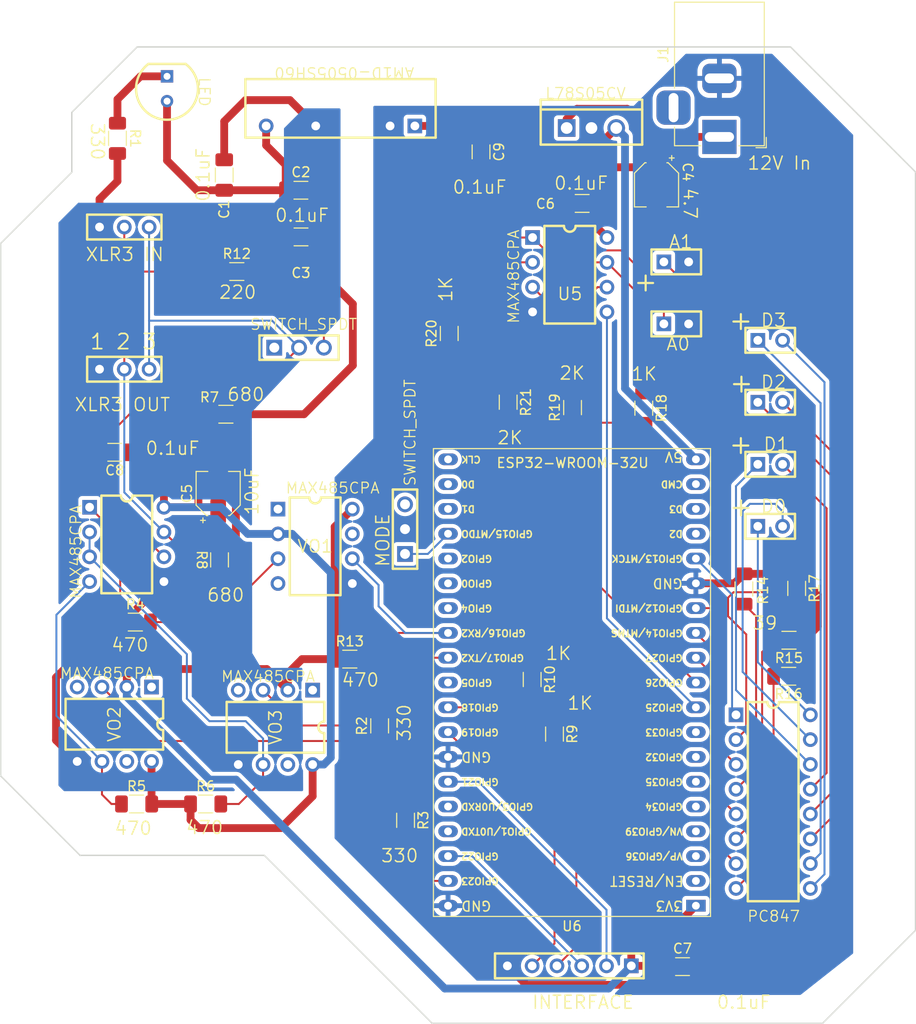
<source format=kicad_pcb>
(kicad_pcb (version 20240108) (generator "pcbnew") (generator_version "8.0")
  (layers (0 "F.Cu" signal) (31 "B.Cu" signal) (34 "B.Paste" user) (35 "F.Paste" user) (36 "B.SilkS" user "B.Silkscreen") (37 "F.SilkS" user "F.Silkscreen") (38 "B.Mask" user) (39 "F.Mask" user) (44 "Edge.Cuts" user))
  (net 0 "")
  (net 1 "3.3V_ESP")
  (net 2 "5V")
  (net 3 "But1")
  (net 4 "But2")
  (net 5 "GND")
  (net 6 "ISO-5V")
  (net 7 "ISO-GND")
  (net 8 "Net_16")
  (net 9 "Net_17")
  (net 10 "Net_18")
  (net 11 "Net_22")
  (net 12 "Net_32")
  (net 13 "Net_33")
  (net 14 "Net_34")
  (net 15 "Net_38")
  (net 16 "Net_39")
  (net 17 "Net_40")
  (net 18 "Net_41")
  (net 19 "Net_42")
  (net 20 "Net_43")
  (net 21 "Net_44")
  (net 22 "Net_45")
  (net 23 "Net_46")
  (net 28 "Net_24")
  (net 29 "TX")
  (net 30 "Net_36")
  (net 31 "Net_12")
  (net 32 "Net_0")
  (net 33 "Net_37")
  (net 34 "Net_35")
  (net 35 "RX")
  (net 36 "Net_4")
  (net 37 "Net_47")
  (net 38 "Net_21")
  (net 39 "Net_2")
  (net 40 "Net_6")
  (net 41 "Net_8")
  (net 42 "Net_10")
  (net 43 "Net_1")
  (net 44 "Net_14")
  (net 45 "Net_7")
  (net 46 "Net_15")
  (net 47 "Net_9")
  (net 48 "Net_13")
  (net 49 "Net_11")
  (net 50 "12V")
  (net 57 "unconnected-(U6-IO2-Pad24)")
  (footprint "DMXtoMotionPCB-v2:HDR-1x2_J6" (layer "F.Cu") (at 169.2575 83.3695)
    (property "Reference" "J6" (hide yes))
    (property "Value" "A0" (hide yes))
  )
  (footprint "Resistor_SMD:R_1206_3216Metric_Pad1.30x1.75mm_HandSolder" (layer "F.Cu") (at 135.8011 117.7036)
    (property "Reference" "R13")
    (property "Value" "470")
  )
  (footprint "Capacitor_SMD:CP_Elec_4x5.3" (layer "F.Cu") (at 122.31 100.74 90)
    (property "Reference" "C5")
    (property "Value" "10uF")
  )
  (footprint "Resistor_SMD:R_1206_3216Metric_Pad1.30x1.75mm_HandSolder" (layer "F.Cu") (at 113.95 132.54)
    (property "Reference" "R5")
    (property "Value" "470")
  )
  (footprint "Resistor_SMD:R_1206_3216Metric_Pad1.30x1.75mm_HandSolder" (layer "F.Cu") (at 141.5161 134.2136 -90)
    (property "Reference" "R3")
    (property "Value" "330")
  )
  (footprint "DMXtoMotionPCB-v2:HDR-1x2" (layer "F.Cu") (at 178.887 97.751)
    (property "Reference" "J4" (hide yes))
    (property "Value" "D1" (hide yes))
  )
  (footprint "Capacitor_SMD:C_1206_3216Metric_Pad1.33x1.80mm_HandSolder" (layer "F.Cu") (at 122.93 68.12 90)
    (property "Reference" "C1")
    (property "Value" "0.1uF")
  )
  (footprint "DMXtoMotionPCB-v2:DIP-8" (layer "F.Cu") (at 111.6711 124.3711 -90)
    (property "Reference" "VO2")
    (property "Value" "6N137M_10")
  )
  (footprint "Capacitor_SMD:C_1206_3216Metric_Pad1.33x1.80mm_HandSolder" (layer "F.Cu") (at 169.9 149.2)
    (property "Reference" "C7")
    (property "Value" "0.1uF")
  )
  (footprint "Capacitor_SMD:CP_Elec_4x5.3" (layer "F.Cu") (at 167.233588 69.126133 -89.99768495)
    (property "Reference" "C4")
    (property "Value" "4.7")
  )
  (footprint "DMXtoMotionPCB-v2:HDR-1x6" (layer "F.Cu") (at 158.3 149.12 180)
    (property "Reference" "J5" (hide yes))
    (property "Value" "INTERFACE" (hide yes))
  )
  (footprint "Resistor_SMD:R_1206_3216Metric_Pad1.30x1.75mm_HandSolder" (layer "F.Cu") (at 158.63 91.94 90)
    (property "Reference" "R19")
    (property "Value" "2K")
  )
  (footprint "Connector_BarrelJack:BarrelJack_Horizontal" (layer "F.Cu") (at 173.68 64.22 -90)
    (property "Reference" "J1")
    (property "Value" "12V In")
  )
  (footprint "DMXtoMotionPCB-v2:DIP-8" (layer "F.Cu") (at 112.9411 105.9561)
    (property "Reference" "U2" (hide yes))
    (property "Value" "MAX485CPA" (hide yes))
  )
  (footprint "Resistor_SMD:R_1206_3216Metric_Pad1.30x1.75mm_HandSolder" (layer "F.Cu") (at 176.19 110.52 -90)
    (property "Reference" "R14")
    (property "Value" "39")
  )
  (footprint "" (layer "F.Cu") (at 103.0011 121.0036)
    (property "Reference" "@HOLE1" (hide yes))
    (property "Value" "")
  )
  (footprint "Resistor_SMD:R_1206_3216Metric_Pad1.30x1.75mm_HandSolder" (layer "F.Cu") (at 113.82 113.91)
    (property "Reference" "R4")
    (property "Value" "470")
  )
  (footprint "DMXtoMotionPCB-v2:HDR-1x3" (layer "F.Cu") (at 112.69 88.01)
    (property "Reference" "J3" (hide yes))
    (property "Value" "XLR3 OUT" (hide yes))
  )
  (footprint "DMXtoMotionPCB-v2:DIP-8" (layer "F.Cu") (at 158.3436 78.3336)
    (property "Reference" "U5")
    (property "Value" "LM358N")
  )
  (footprint "DMXtoMotionPCB-v2:DIP-16" (layer "F.Cu") (at 179.19 132.3)
    (property "Reference" "VO4" (hide yes))
    (property "Value" "PC847" (hide yes))
  )
  (footprint "DMXtoMotionPCB-v2:HDRF-1x3T_2.54_8x3" (layer "F.Cu") (at 141.46 104.39 90)
    (property "Reference" "S4" (hide yes))
    (property "Value" "MODE" (hide yes))
  )
  (footprint "" (layer "F.Cu") (at 190.82 120.72)
    (property "Reference" "@HOLE3" (hide yes))
    (property "Value" "")
  )
  (footprint "Resistor_SMD:R_1206_3216Metric_Pad1.30x1.75mm_HandSolder" (layer "F.Cu") (at 122.45 107.54 90.0010523)
    (property "Reference" "R8")
    (property "Value" "680")
  )
  (footprint "Resistor_SMD:R_1206_3216Metric_Pad1.30x1.75mm_HandSolder" (layer "F.Cu") (at 123.1011 92.6211)
    (property "Reference" "R7")
    (property "Value" "680")
  )
  (footprint "DMXtoMotionPCB-v2:SIP-4(7)_19.5x6x2.54" (layer "F.Cu") (at 134.8486 63.0936 180)
    (property "Reference" "U1" (hide yes))
    (property "Value" "AM1D-0505SH60" (hide yes))
  )
  (footprint "Resistor_SMD:R_1206_3216Metric_Pad1.30x1.75mm_HandSolder" (layer "F.Cu") (at 145.99 84.35 90)
    (property "Reference" "R20")
    (property "Value" "1K")
  )
  (footprint "Resistor_SMD:R_1206_3216Metric_Pad1.30x1.75mm_HandSolder" (layer "F.Cu") (at 154.49 119.79 -90)
    (property "Reference" "R10")
    (property "Value" "1K")
  )
  (footprint "PCM_Espressif:ESP32-DevKitC" (layer "F.Cu") (at 171.27 142.96 180)
    (property "Reference" "U6")
    (property "Value" "ESP32-WROOM-32U")
  )
  (footprint "Capacitor_SMD:C_1206_3216Metric_Pad1.33x1.80mm_HandSolder" (layer "F.Cu") (at 111.71 96.52 180)
    (property "Reference" "C8")
    (property "Value" "0.1uF")
  )
  (footprint "DMXtoMotionPCB-v2:TO-220V" (layer "F.Cu") (at 160.5661 63.3061)
    (property "Reference" "U4" (hide yes))
    (property "Value" "L78S05CV" (hide yes))
  )
  (footprint "Resistor_SMD:R_1206_3216Metric_Pad1.30x1.75mm_HandSolder" (layer "F.Cu") (at 180.81 115.77 180)
    (property "Reference" "R15")
    (property "Value" "39")
  )
  (footprint "Capacitor_SMD:C_1206_3216Metric_Pad1.33x1.80mm_HandSolder" (layer "F.Cu") (at 149.25 65.75 -90)
    (property "Reference" "C9")
    (property "Value" "0.1uF")
  )
  (footprint "Resistor_SMD:R_1206_3216Metric_Pad1.30x1.75mm_HandSolder" (layer "F.Cu") (at 181.6 110.46 -90)
    (property "Reference" "R17")
    (property "Value" "39")
  )
  (footprint "Capacitor_SMD:C_1206_3216Metric_Pad1.33x1.80mm_HandSolder" (layer "F.Cu") (at 130.8 74.46)
    (property "Reference" "C3")
    (property "Value" "0.1uF")
  )
  (footprint "DMXtoMotionPCB-v2:HDR-1x2" (layer "F.Cu") (at 178.887 104.102 0.001683672972)
    (property "Reference" "J8" (hide yes))
    (property "Value" "D0" (hide yes))
  )
  (footprint "" (layer "F.Cu") (at 103.0011 89.0036)
    (property "Reference" "@HOLE0" (hide yes))
    (property "Value" "")
  )
  (footprint "Resistor_SMD:R_1206_3216Metric_Pad1.30x1.75mm_HandSolder" (layer "F.Cu") (at 121.03 132.54)
    (property "Reference" "R6")
    (property "Value" "470")
  )
  (footprint "DMXtoMotionPCB-v2:HDR-1x2" (layer "F.Cu") (at 169.2575 77.0195 0.001683672972)
    (property "Reference" "J7" (hide yes))
    (property "Value" "A1" (hide yes))
  )
  (footprint "Resistor_SMD:R_1206_3216Metric_Pad1.30x1.75mm_HandSolder" (layer "F.Cu") (at 156.78 125.38 -90)
    (property "Reference" "R9")
    (property "Value" "1K")
  )
  (footprint "DMXtoMotionPCB-v2:HDR-1x2" (layer "F.Cu") (at 178.887 91.4)
    (property "Reference" "J10" (hide yes))
    (property "Value" "D2" (hide yes))
  )
  (footprint "Resistor_SMD:R_1206_3216Metric_Pad1.30x1.75mm_HandSolder" (layer "F.Cu") (at 111.9886 64.3636 -89.99852679)
    (property "Reference" "R1")
    (property "Value" "330")
  )
  (footprint "DMXtoMotionPCB-v2:HDR-1x2" (layer "F.Cu") (at 178.887 85.0495)
    (property "Reference" "J9" (hide yes))
    (property "Value" "D3" (hide yes))
  )
  (footprint "DMXtoMotionPCB-v2:DIP-8" (layer "F.Cu") (at 132.25 106.15)
    (property "Reference" "VO1")
    (property "Value" "6N137M")
  )
  (footprint "Resistor_SMD:R_1206_3216Metric_Pad1.30x1.75mm_HandSolder" (layer "F.Cu") (at 180.78 119.46 180)
    (property "Reference" "R16")
    (property "Value" "39")
  )
  (footprint "Resistor_SMD:R_1206_3216Metric_Pad1.30x1.75mm_HandSolder" (layer "F.Cu") (at 124.22 78.01)
    (property "Reference" "R12")
    (property "Value" "220")
  )
  (footprint "DMXtoMotionPCB-v2:LED100" (layer "F.Cu") (at 117.0686 59.2836 -90)
    (property "Reference" "D1" (hide yes))
    (property "Value" "LED" (hide yes))
  )
  (footprint "DMXtoMotionPCB-v2:HDRF-1x3T_2.54_8x3" (layer "F.Cu") (at 130.6 85.8)
    (property "Reference" "S3" (hide yes))
    (property "Value" "SWITCH_SPDT" (hide yes))
  )
  (footprint "Capacitor_SMD:C_1206_3216Metric_Pad1.33x1.80mm_HandSolder" (layer "F.Cu") (at 130.79 69.68)
    (property "Reference" "C2")
    (property "Value" "0.1uF")
  )
  (footprint "DMXtoMotionPCB-v2:DIP-8" (layer "F.Cu") (at 128.1811 124.6886 -90)
    (property "Reference" "VO3")
    (property "Value" "6N137M_10")
  )
  (footprint "Resistor_SMD:R_1206_3216Metric_Pad1.30x1.75mm_HandSolder" (layer "F.Cu") (at 165.93 92 -90)
    (property "Reference" "R18")
    (property "Value" "1K")
  )
  (footprint "Resistor_SMD:R_1206_3216Metric_Pad1.30x1.75mm_HandSolder" (layer "F.Cu") (at 138.86 124.54 90)
    (property "Reference" "R2")
    (property "Value" "330")
  )
  (footprint "Resistor_SMD:R_1206_3216Metric_Pad1.30x1.75mm_HandSolder" (layer "F.Cu") (at 152.03 91.39 -90)
    (property "Reference" "R21")
    (property "Value" "2K")
  )
  (footprint "" (layer "F.Cu") (at 189.82 88.72)
    (property "Reference" "@HOLE2" (hide yes))
    (property "Value" "")
  )
  (footprint "DMXtoMotionPCB-v2:HDR-1x3" (layer "F.Cu") (at 112.69 73.45)
    (property "Reference" "J2" (hide yes))
    (property "Value" "XLR3 IN" (hide yes))
  )
  (footprint "Capacitor_SMD:C_1206_3216Metric_Pad1.33x1.80mm_HandSolder" (layer "F.Cu") (at 159.6136 71.0311 -179.9987372)
    (property "Reference" "C6")
    (property "Value" "0.1uF")
  )
  (gr_line (start 114.01 55.0036) (end 107.3036 61.71) (stroke (width 0.14)) (layer "Edge.Cuts"))
  (gr_line (start 180.97 55.0036) (end 193.7764 67.81) (stroke (width 0.14)) (layer "Edge.Cuts"))
  (gr_line (start 180.97 55.0036) (end 114.01 55.0036) (stroke (width 0.14)) (layer "Edge.Cuts"))
  (gr_line (start 100.02 75.13) (end 100.02 129.67) (stroke (width 0.14)) (layer "Edge.Cuts"))
  (gr_line (start 127.04 137.8036) (end 108.15 137.8036) (stroke (width 0.14)) (layer "Edge.Cuts"))
  (gr_line (start 107.31 67.84) (end 100.02 75.13) (stroke (width 0.14)) (layer "Edge.Cuts"))
  (gr_line (start 144.24 155.0036) (end 184.26 155.0036) (stroke (width 0.14)) (layer "Edge.Cuts"))
  (gr_line (start 144.24 155.0036) (end 127.04 137.8036) (stroke (width 0.14)) (layer "Edge.Cuts"))
  (gr_line (start 193.7764 145.48) (end 184.2528 155.0036) (stroke (width 0.14)) (layer "Edge.Cuts"))
  (gr_line (start 193.7764 67.81) (end 193.7764 145.48) (stroke (width 0.14)) (layer "Edge.Cuts"))
  (gr_line (start 107.31 67.84) (end 107.31 61.71) (stroke (width 0.14)) (layer "Edge.Cuts"))
  (gr_line (start 100.02 129.67) (end 108.1536 137.8036) (stroke (width 0.14)) (layer "Edge.Cuts"))
  (gr_text "XLR3 IN" (at 108.6431 75.4756 0) (layer "F.SilkS") (effects (font (size 1.332 1.332) (thickness 0.148)) (justify left top)))
  (gr_text "" (at 112.9391 138.9756 0) (layer "F.SilkS") (effects (font (size 0.001 0.001)) (justify left)))
  (gr_text "" (at 124.3731 132.6256 0) (layer "F.SilkS") (effects (font (size 0.001 0.001)) (justify left)))
  (gr_text "" (at 180.6881 102.0056 0) (layer "F.SilkS") (effects (font (size 0.001 0.001)) (justify left)))
  (gr_text "" (at 176.347 92.67 0) (layer "F.SilkS") (effects (font (size 0.001 0.001)) (justify left)))
  (gr_text "" (at 169.1961 50.4886 0) (layer "F.SilkS") (effects (font (size 0.001 0.001)) (justify left)))
  (gr_text "12V In" (at 176.47 67.68 0) (layer "F.SilkS") (effects (font (size 1.332 1.332) (thickness 0.148)) (justify left bottom)))
  (gr_text "A0" (at 168.15 84.64 0) (layer "F.SilkS") (effects (font (size 1.332 1.332) (thickness 0.148)) (justify left top)))
  (gr_text "" (at 181.427 99.021 0) (layer "F.SilkS") (effects (font (size 0.001 0.001)) (justify left)))
  (gr_text "" (at 120.8791 116.7536 0) (layer "F.SilkS") (effects (font (size 0.001 0.001)) (justify left)))
  (gr_text "" (at 155.3661 65.0056 0) (layer "F.SilkS") (effects (font (size 0.001 0.001)) (justify left)))
  (gr_text "" (at 169.7741 89.7656 90) (layer "F.SilkS") (effects (font (size 0.001 0.001)) (justify left)))
  (gr_text "" (at 172.9491 82.4616 0.001683672972) (layer "F.SilkS") (effects (font (size 0.001 0.001)) (justify left)))
  (gr_text "" (at 176.347 102.832 0.001683672972) (layer "F.SilkS") (effects (font (size 0.001 0.001)) (justify left)))
  (gr_text "" (at 116.7491 132.6256 0) (layer "F.SilkS") (effects (font (size 0.001 0.001)) (justify left)))
  (gr_text "680" (at 121.0814 110.3589 0) (layer "F.SilkS") (effects (font (size 1.332 1.332) (thickness 0.148)) (justify left top)))
  (gr_text "" (at 151.3581 121.5116 0) (layer "F.SilkS") (effects (font (size 0.001 0.001)) (justify left)))
  (gr_text "" (at 130.9781 101.2736 0) (layer "F.SilkS") (effects (font (size 0.001 0.001)) (justify left)))
  (gr_text "" (at 115.5411 100.9556 0) (layer "F.SilkS") (effects (font (size 0.001 0.001)) (justify left)))
  (gr_text "0.1uF" (at 156.65 68.18 0) (layer "F.SilkS") (effects (font (size 1.332 1.332) (thickness 0.148)) (justify left top)))
  (gr_text "" (at 114.8441 79.2866 0) (layer "F.SilkS") (effects (font (size 0.001 0.001)) (justify left)))
  (gr_text "" (at 116.1161 90.3986 0) (layer "F.SilkS") (effects (font (size 0.001 0.001)) (justify left)))
  (gr_text "" (at 177.7111 102.4616 0) (layer "F.SilkS") (effects (font (size 0.001 0.001)) (justify left)))
  (gr_text "" (at 172.9491 82.4616 0.001683672972) (layer "F.SilkS") (effects (font (size 0.001 0.001)) (justify left)))
  (gr_text "" (at 169.5861 148.5646 0) (layer "F.SilkS") (effects (font (size 0.001 0.001)) (justify left)))
  (gr_text "" (at 116.6711 123.7706 0) (layer "F.SilkS") (effects (font (size 0.001 0.001)) (justify left)))
  (gr_text "" (at 117.2561 96.1766 0) (layer "F.SilkS") (effects (font (size 0.001 0.001)) (justify left)))
  (gr_text "" (at 129.2641 66.8626 0) (layer "F.SilkS") (effects (font (size 0.001 0.001)) (justify left)))
  (gr_text "" (at 169.7741 82.1416 90) (layer "F.SilkS") (effects (font (size 0.001 0.001)) (justify left)))
  (gr_text "" (at 119.6091 100.8746 90) (layer "F.SilkS") (effects (font (size 0.001 0.001)) (justify left)))
  (gr_text "" (at 130.9781 111.2736 0) (layer "F.SilkS") (effects (font (size 0.001 0.001)) (justify left)))
  (gr_text "" (at 160.7621 65.0056 0) (layer "F.SilkS") (effects (font (size 1.332 1.332) (thickness 0.148)) (justify left top)))
  (gr_text "" (at 138.9761 126.5916 90) (layer "F.SilkS") (effects (font (size 0.001 0.001)) (justify left)))
  (gr_text "" (at 167.2341 89.7656 90) (layer "F.SilkS") (effects (font (size 0.001 0.001)) (justify left)))
  (gr_text "" (at 131.9891 118.9736 0) (layer "F.SilkS") (effects (font (size 0.001 0.001)) (justify left)))
  (gr_text "" (at 176.347 99.021 0) (layer "F.SilkS") (effects (font (size 0.001 0.001)) (justify left)))
  (gr_text "" (at 175.6761 151.6126 0) (layer "F.SilkS") (effects (font (size 0.001 0.001)) (justify left)))
  (gr_text "" (at 115.5411 100.9556 0) (layer "F.SilkS") (effects (font (size 0.001 0.001)) (justify left)))
  (gr_text "" (at 181.427 86.319 0) (layer "F.SilkS") (effects (font (size 0.001 0.001)) (justify left)))
  (gr_text "" (at 172.9481 88.8116 0) (layer "F.SilkS") (effects (font (size 0.001 0.001)) (justify left)))
  (gr_text "" (at 172.9481 79.9216 0.001683672972) (layer "F.SilkS") (effects (font (size 0.001 0.001)) (justify left)))
  (gr_text "" (at 123.4181 109.1286 0) (layer "F.SilkS") (effects (font (size 0.001 0.001)) (justify left)))
  (gr_text "" (at 155.7431 83.3336 0) (layer "F.SilkS") (effects (font (size 0.001 0.001)) (justify left)))
  (gr_text "" (at 180.5011 111.7086 0) (layer "F.SilkS") (effects (font (size 0.001 0.001)) (justify left)))
  (gr_text "" (at 148.8181 121.5116 0) (layer "F.SilkS") (effects (font (size 0.001 0.001)) (justify left)))
  (gr_text "" (at 177.9611 119.3336 0) (layer "F.SilkS") (effects (font (size 0.001 0.001)) (justify left)))
  (gr_text "" (at 106.6711 121.7706 0) (layer "F.SilkS") (effects (font (size 0.001 0.001)) (justify left)))
  (gr_text "1K" (at 146.41 81.22 90) (layer "F.SilkS") (effects (font (size 1.332 1.332) (thickness 0.148)) (justify left bottom)))
  (gr_text "" (at 155.7431 73.3336 0) (layer "F.SilkS") (effects (font (size 0.001 0.001)) (justify left)))
  (gr_text "" (at 176.347 90.13 0) (layer "F.SilkS") (effects (font (size 0.001 0.001)) (justify left)))
  (gr_text "680" (at 123.15 91.38 0) (layer "F.SilkS") (effects (font (size 1.332 1.332) (thickness 0.148)) (justify left bottom)))
  (gr_text "" (at 177.7111 102.4616 0) (layer "F.SilkS") (effects (font (size 0.001 0.001)) (justify left)))
  (gr_text "330" (at 110.7181 62.6956 270.0014732) (layer "F.SilkS") (effects (font (size 1.332 1.332) (thickness 0.148)) (justify left top)))
  (gr_text "" (at 112.9391 136.4366 0) (layer "F.SilkS") (effects (font (size 0.001 0.001)) (justify left)))
  (gr_text "" (at 112.3411 100.9556 0) (layer "F.SilkS") (effects (font (size 0.001 0.001)) (justify left)))
  (gr_text "" (at 109.4461 115.1636 0) (layer "F.SilkS") (effects (font (size 0.001 0.001)) (justify left)))
  (gr_text "" (at 136.1791 101.2736 0) (layer "F.SilkS") (effects (font (size 0.001 0.001)) (justify left)))
  (gr_text "" (at 178.1961 64.9886 0) (layer "F.SilkS") (effects (font (size 0.001 0.001)) (justify left)))
  (gr_text "" (at 174.5361 107.5416 0) (layer "F.SilkS") (effects (font (size 0.001 0.001)) (justify left)))
  (gr_text "" (at 148.4381 62.8016 0) (layer "F.SilkS") (effects (font (size 0.001 0.001)) (justify left)))
  (gr_text "" (at 176.347 105.372 0.001683672972) (layer "F.SilkS") (effects (font (size 0.001 0.001)) (justify left)))
  (gr_text "" (at 147.5491 87.2256 90) (layer "F.SilkS") (effects (font (size 0.001 0.001)) (justify left)))
  (gr_text "" (at 148.8181 129.1356 0) (layer "F.SilkS") (effects (font (size 0.001 0.001)) (justify left)))
  (gr_text "" (at 111.1661 96.1766 0) (layer "F.SilkS") (effects (font (size 0.001 0.001)) (justify left)))
  (gr_text "" (at 116.1161 75.4756 0) (layer "F.SilkS") (effects (font (size 0.001 0.001)) (justify left)))
  (gr_text "" (at 117.2561 99.2246 0) (layer "F.SilkS") (effects (font (size 0.001 0.001)) (justify left)))
  (gr_text "" (at 126.9131 93.8906 0) (layer "F.SilkS") (effects (font (size 0.001 0.001)) (justify left)))
  (gr_text "1K" (at 158.01 122.21 0) (layer "F.SilkS") (effects (font (size 1.332 1.332) (thickness 0.148)) (justify left)))
  (gr_text "" (at 132.9781 101.2736 0) (layer "F.SilkS") (effects (font (size 0.001 0.001)) (justify left)))
  (gr_text "" (at 155.3661 65.0056 0) (layer "F.SilkS") (effects (font (size 0.001 0.001)) (justify left)))
  (gr_text "" (at 108.4961 87.8586 0) (layer "F.SilkS") (effects (font (size 0.001 0.001)) (justify left)))
  (gr_text "" (at 160.9441 73.3336 0) (layer "F.SilkS") (effects (font (size 0.001 0.001)) (justify left)))
  (gr_text "XLR3 OUT" (at 107.52 90.86 0) (layer "F.SilkS") (effects (font (size 1.332 1.332) (thickness 0.148)) (justify left top)))
  (gr_text "220" (at 122.31 79.35 0) (layer "F.SilkS") (effects (font (size 1.332 1.332) (thickness 0.148)) (justify left top)))
  (gr_text "" (at 174.7861 116.1536 0) (layer "F.SilkS") (effects (font (size 0.001 0.001)) (justify left)))
  (gr_text "+" (at 174.4959 81.8084 0) (layer "F.SilkS") (effects (font (size 1.998 1.998) (thickness 0.222)) (justify left top)))
  (gr_text "" (at 133.1811 122.0886 0) (layer "F.SilkS") (effects (font (size 0.001 0.001)) (justify left)))
  (gr_text "" (at 140.2661 111.6036 90) (layer "F.SilkS") (effects (font (size 0.001 0.001)) (justify left)))
  (gr_text "" (at 177.3261 116.1536 0) (layer "F.SilkS") (effects (font (size 0.001 0.001)) (justify left)))
  (gr_text "" (at 174.5361 107.5416 0) (layer "F.SilkS") (effects (font (size 0.001 0.001)) (justify left)))
  (gr_text "" (at 136.1791 101.2736 0) (layer "F.SilkS") (effects (font (size 0.001 0.001)) (justify left)))
  (gr_text "" (at 109.4461 115.1636 0) (layer "F.SilkS") (effects (font (size 0.001 0.001)) (justify left)))
  (gr_text "" (at 135.3531 74.6726 0) (layer "F.SilkS") (effects (font (size 0.001 0.001)) (justify left)))
  (gr_text "" (at 167.2331 148.8186 0) (layer "F.SilkS") (effects (font (size 0.001 0.001)) (justify left)))
  (gr_text "" (at 176.347 83.78 0) (layer "F.SilkS") (effects (font (size 0.001 0.001)) (justify left)))
  (gr_text "" (at 169.5861 151.6126 0) (layer "F.SilkS") (effects (font (size 0.001 0.001)) (justify left)))
  (gr_text "" (at 108.4961 75.4756 0) (layer "F.SilkS") (effects (font (size 0.001 0.001)) (justify left)))
  (gr_text "" (at 119.2891 91.3506 0) (layer "F.SilkS") (effects (font (size 0.001 0.001)) (justify left)))
  (gr_text "" (at 152.6291 123.0986 0) (layer "F.SilkS") (effects (font (size 0.001 0.001)) (justify left)))
  (gr_text "" (at 169.1961 58.5386 0) (layer "F.SilkS") (effects (font (size 0.001 0.001)) (justify left)))
  (gr_text "" (at 135.3531 69.9106 0) (layer "F.SilkS") (effects (font (size 0.001 0.001)) (justify left)))
  (gr_text "" (at 167.2331 148.8186 0) (layer "F.SilkS") (effects (font (size 0.001 0.001)) (justify left)))
  (gr_text "" (at 176.347 92.67 0) (layer "F.SilkS") (effects (font (size 0.001 0.001)) (justify left)))
  (gr_text "" (at 178.1961 50.4886 0) (layer "F.SilkS") (effects (font (size 0.001 0.001)) (justify left)))
  (gr_text "" (at 145.3901 68.8906 0) (layer "F.SilkS") (effects (font (size 0.001 0.001)) (justify left)))
  (gr_text "" (at 163.4241 89.7656 0) (layer "F.SilkS") (effects (font (size 0.001 0.001)) (justify left)))
  (gr_text "1 2 3" (at 109.08 84.28 0) (layer "F.SilkS") (effects (font (size 1.5543 1.5543) (thickness 0.1727)) (justify left top)))
  (gr_text "470" (at 111.28 117.03 0) (layer "F.SilkS") (effects (font (size 1.332 1.332) (thickness 0.148)) (justify left bottom)))
  (gr_text "" (at 181.427 92.67 0) (layer "F.SilkS") (effects (font (size 0.001 0.001)) (justify left)))
  (gr_text "" (at 155.3661 60.4066 0) (layer "F.SilkS") (effects (font (size 0.001 0.001)) (justify left)))
  (gr_text "" (at 183.8881 102.0056 0) (layer "F.SilkS") (effects (font (size 0.001 0.001)) (justify left)))
  (gr_text "" (at 115.1571 56.7496 0) (layer "F.SilkS") (effects (font (size 0.001 0.001)) (justify left)))
  (gr_text "" (at 119.2891 93.8906 0) (layer "F.SilkS") (effects (font (size 0.001 0.001)) (justify left)))
  (gr_text "" (at 140.2461 130.4016 0) (layer "F.SilkS") (effects (font (size 0.001 0.001)) (justify left)))
  (gr_text "" (at 150.0881 87.2256 90) (layer "F.SilkS") (effects (font (size 0.001 0.001)) (justify left)))
  (gr_text "" (at 169.5861 148.5646 0) (layer "F.SilkS") (effects (font (size 0.001 0.001)) (justify left)))
  (gr_text "" (at 178.6881 102.0056 0) (layer "F.SilkS") (effects (font (size 0.001 0.001)) (justify left)))
  (gr_text "" (at 122.4491 101.6356 90) (layer "F.SilkS") (effects (font (size 0.001 0.001)) (justify left)))
  (gr_text "A1" (at 168.423 75.75 0.001683672972) (layer "F.SilkS") (effects (font (size 1.332 1.332) (thickness 0.148)) (justify left bottom)))
  (gr_text "" (at 123.4191 116.7536 0) (layer "F.SilkS") (effects (font (size 0.001 0.001)) (justify left)))
  (gr_text "" (at 178.0291 82.4606 0.001683672972) (layer "F.SilkS") (effects (font (size 0.001 0.001)) (justify left)))
  (gr_text "D3" (at 177.84 83.78 0) (layer "F.SilkS") (effects (font (size 1.332 1.332) (thickness 0.148)) (justify left bottom)))
  (gr_text "0.1uF" (at 146.25 70.14 0) (layer "F.SilkS") (effects (font (size 1.332 1.332) (thickness 0.148)) (justify left bottom)))
  (gr_text "" (at 117.0711 115.1636 0) (layer "F.SilkS") (effects (font (size 0.001 0.001)) (justify left)))
  (gr_text "" (at 134.6521 64.2936 0) (layer "F.SilkS") (effects (font (size 1.332 1.332) (thickness 0.148)) (justify left bottom)))
  (gr_text "" (at 109.4461 112.6236 0) (layer "F.SilkS") (effects (font (size 0.001 0.001)) (justify left)))
  (gr_text "0.1uF" (at 114.78 95.33 0) (layer "F.SilkS") (effects (font (size 1.332 1.332) (thickness 0.148)) (justify left top)))
  (gr_text "" (at 119.0411 85.9736 0) (layer "F.SilkS") (effects (font (size 0.001 0.001)) (justify left)))
  (gr_text "INTERFACE" (at 154.4 153.63 0) (layer "F.SilkS") (effects (font (size 1.332 1.332) (thickness 0.148)) (justify left bottom)))
  (gr_text "D1" (at 178.113 96.481 0) (layer "F.SilkS") (effects (font (size 1.332 1.332) (thickness 0.148)) (justify left bottom)))
  (gr_text "" (at 151.9931 148.8186 0) (layer "F.SilkS") (effects (font (size 0.001 0.001)) (justify left)))
  (gr_text "" (at 116.7491 130.0856 0) (layer "F.SilkS") (effects (font (size 0.001 0.001)) (justify left)))
  (gr_text "" (at 165.9631 82.1416 0) (layer "F.SilkS") (effects (font (size 0.001 0.001)) (justify left)))
  (gr_text "" (at 123.9901 62.8016 90) (layer "F.SilkS") (effects (font (size 0.001 0.001)) (justify left)))
  (gr_text "" (at 152.6291 130.7236 0) (layer "F.SilkS") (effects (font (size 0.001 0.001)) (justify left)))
  (gr_text "" (at 178.6881 102.0056 0) (layer "F.SilkS") (effects (font (size 0.001 0.001)) (justify left)))
  (gr_text "" (at 155.1691 123.0986 0) (layer "F.SilkS") (effects (font (size 0.001 0.001)) (justify left)))
  (gr_text "" (at 163.4241 82.1416 0) (layer "F.SilkS") (effects (font (size 0.001 0.001)) (justify left)))
  (gr_text "" (at 160.9441 73.3336 0) (layer "F.SilkS") (effects (font (size 0.001 0.001)) (justify left)))
  (gr_text "" (at 133.1811 122.0886 0) (layer "F.SilkS") (effects (font (size 0.001 0.001)) (justify left)))
  (gr_text "" (at 148.4381 62.8016 0) (layer "F.SilkS") (effects (font (size 0.001 0.001)) (justify left)))
  (gr_text "" (at 122.1491 101.9356 90) (layer "F.SilkS") (effects (font (size 0.001 0.001)) (justify left)))
  (gr_text "" (at 163.4241 82.1416 0) (layer "F.SilkS") (effects (font (size 0.001 0.001)) (justify left)))
  (gr_text "" (at 155.7431 73.3336 0) (layer "F.SilkS") (effects (font (size 0.001 0.001)) (justify left)))
  (gr_text "" (at 144.5981 64.2936 0) (layer "F.SilkS") (effects (font (size 0.001 0.001)) (justify left)))
  (gr_text "" (at 116.6711 121.7706 0) (layer "F.SilkS") (effects (font (size 0.001 0.001)) (justify left)))
  (gr_text "" (at 177.0761 107.5416 0) (layer "F.SilkS") (effects (font (size 0.001 0.001)) (justify left)))
  (gr_text "" (at 119.2891 93.8906 0) (layer "F.SilkS") (effects (font (size 0.001 0.001)) (justify left)))
  (gr_text "" (at 169.7731 66.5876 270.0023151) (layer "F.SilkS") (effects (font (size 0.001 0.001)) (justify left)))
  (gr_text "2K" (at 150.82 95.81 0) (layer "F.SilkS") (effects (font (size 1.332 1.332) (thickness 0.148)) (justify left bottom)))
  (gr_text "" (at 142.7861 130.4016 0) (layer "F.SilkS") (effects (font (size 0.001 0.001)) (justify left)))
  (gr_text "" (at 133.1811 124.0886 0) (layer "F.SilkS") (effects (font (size 0.001 0.001)) (justify left)))
  (gr_text "" (at 176.347 99.021 0) (layer "F.SilkS") (effects (font (size 0.001 0.001)) (justify left)))
  (gr_text "D0" (at 177.84 102.832 0.001683672972) (layer "F.SilkS") (effects (font (size 1.332 1.332) (thickness 0.148)) (justify left bottom)))
  (gr_text "" (at 120.9421 68.8906 90) (layer "F.SilkS") (effects (font (size 0.001 0.001)) (justify left)))
  (gr_text "" (at 162.6591 72.5546 0) (layer "F.SilkS") (effects (font (size 0.001 0.001)) (justify left)))
  (gr_text "470" (at 118.92 135.74 0) (layer "F.SilkS") (effects (font (size 1.332 1.332) (thickness 0.148)) (justify left bottom)))
  (gr_text "" (at 108.4961 75.4756 0) (layer "F.SilkS") (effects (font (size 0.001 0.001)) (justify left)))
  (gr_text "" (at 150.0881 79.6016 90) (layer "F.SilkS") (effects (font (size 0.001 0.001)) (justify left)))
  (gr_text "" (at 156.5681 69.5076 0) (layer "F.SilkS") (effects (font (size 0.001 0.001)) (justify left)))
  (gr_text "+" (at 164.7389 77.8584 0) (layer "F.SilkS") (effects (font (size 1.998 1.998) (thickness 0.222)) (justify left top)))
  (gr_text "" (at 150.7231 79.6016 0) (layer "F.SilkS") (effects (font (size 0.001 0.001)) (justify left)))
  (gr_text "" (at 120.5631 138.9756 0) (layer "F.SilkS") (effects (font (size 0.001 0.001)) (justify left)))
  (gr_text "" (at 172.9481 88.8116 0) (layer "F.SilkS") (effects (font (size 0.001 0.001)) (justify left)))
  (gr_text "" (at 167.2331 65.5266 270.0023151) (layer "F.SilkS") (effects (font (size 0.001 0.001)) (justify left)))
  (gr_text "" (at 120.9421 68.8906 90) (layer "F.SilkS") (effects (font (size 0.001 0.001)) (justify left)))
  (gr_text "" (at 162.6581 69.5066 0) (layer "F.SilkS") (effects (font (size 0.001 0.001)) (justify left)))
  (gr_text "" (at 139.6131 118.9736 0) (layer "F.SilkS") (effects (font (size 0.001 0.001)) (justify left)))
  (gr_text "" (at 116.6711 126.9716 0) (layer "F.SilkS") (effects (font (size 0.001 0.001)) (justify left)))
  (gr_text "" (at 150.0881 87.2256 90) (layer "F.SilkS") (effects (font (size 0.001 0.001)) (justify left)))
  (gr_text "" (at 176.347 96.481 0) (layer "F.SilkS") (effects (font (size 0.001 0.001)) (justify left)))
  (gr_text "" (at 177.9611 111.7086 0) (layer "F.SilkS") (effects (font (size 0.001 0.001)) (justify left)))
  (gr_text "" (at 140.2461 138.0256 0) (layer "F.SilkS") (effects (font (size 0.001 0.001)) (justify left)))
  (gr_text "" (at 155.3661 61.4076 0) (layer "F.SilkS") (effects (font (size 0.001 0.001)) (justify left)))
  (gr_text "" (at 182.7311 129.1736 0) (layer "F.SilkS") (effects (font (size 0.001 0.001)) (justify left)))
  (gr_text "" (at 177.9611 111.7086 0) (layer "F.SilkS") (effects (font (size 0.001 0.001)) (justify left)))
  (gr_text "" (at 162.6591 72.5546 0) (layer "F.SilkS") (effects (font (size 0.001 0.001)) (justify left)))
  (gr_text "" (at 150.7231 79.6016 0) (layer "F.SilkS") (effects (font (size 0.001 0.001)) (justify left)))
  (gr_text "" (at 110.7191 68.1756 270.0014732) (layer "F.SilkS") (effects (font (size 0.001 0.001)) (justify left)))
  (gr_text "" (at 108.4961 72.9366 0) (layer "F.SilkS") (effects (font (size 0.001 0.001)) (justify left)))
  (gr_text "" (at 136.4361 134.2156 90) (layer "F.SilkS") (effects (font (size 0.001 0.001)) (justify left)))
  (gr_text "" (at 152.6291 123.0986 0) (layer "F.SilkS") (effects (font (size 0.001 0.001)) (justify left)))
  (gr_text "0.1uF" (at 121.54 70.95 90) (layer "F.SilkS") (effects (font (size 1.332 1.332) (thickness 0.148)) (justify left bottom)))
  (gr_text "" (at 174.7861 116.1536 0) (layer "F.SilkS") (effects (font (size 0.001 0.001)) (justify left)))
  (gr_text "" (at 176.347 86.319 0) (layer "F.SilkS") (effects (font (size 0.001 0.001)) (justify left)))
  (gr_text "2K" (at 157.19 89.19 0) (layer "F.SilkS") (effects (font (size 1.332 1.332) (thickness 0.148)) (justify left bottom)))
  (gr_text "" (at 112.9391 138.9756 0) (layer "F.SilkS") (effects (font (size 0.001 0.001)) (justify left)))
  (gr_text "" (at 172.9481 86.2716 0) (layer "F.SilkS") (effects (font (size 0.001 0.001)) (justify left)))
  (gr_text "" (at 113.2581 60.5516 270.0014732) (layer "F.SilkS") (effects (font (size 0.001 0.001)) (justify left)))
  (gr_text "+" (at 174.5559 88.2184 0) (layer "F.SilkS") (effects (font (size 1.998 1.998) (thickness 0.222)) (justify left top)))
  (gr_text "" (at 148.8181 121.5116 0) (layer "F.SilkS") (effects (font (size 0.001 0.001)) (justify left)))
  (gr_text "" (at 110.3411 100.9556 0) (layer "F.SilkS") (effects (font (size 0.001 0.001)) (justify left)))
  (gr_text "" (at 181.427 105.372 0.001683672972) (layer "F.SilkS") (effects (font (size 0.001 0.001)) (justify left)))
  (gr_text "" (at 131.9891 116.4336 0) (layer "F.SilkS") (effects (font (size 0.001 0.001)) (justify left)))
  (gr_text "" (at 108.4961 90.3986 0) (layer "F.SilkS") (effects (font (size 0.001 0.001)) (justify left)))
  (gr_text "10uF" (at 124.99 103.05 90) (layer "F.SilkS") (effects (font (size 1.332 1.332) (thickness 0.148)) (justify left top)))
  (gr_text "" (at 129.2641 66.8626 0) (layer "F.SilkS") (effects (font (size 0.001 0.001)) (justify left)))
  (gr_text "" (at 176.2081 95.6936 0) (layer "F.SilkS") (effects (font (size 0.001 0.001)) (justify left)))
  (gr_text "+" (at 174.4959 94.5084 0) (layer "F.SilkS") (effects (font (size 1.998 1.998) (thickness 0.222)) (justify left top)))
  (gr_text "" (at 131.9891 118.9736 0) (layer "F.SilkS") (effects (font (size 0.001 0.001)) (justify left)))
  (gr_text "+" (at 174.5159 100.8984 0) (layer "F.SilkS") (effects (font (size 1.998 1.998) (thickness 0.222)) (justify left top)))
  (gr_text "" (at 123.1811 122.0886 0) (layer "F.SilkS") (effects (font (size 0.001 0.001)) (justify left)))
  (gr_text "" (at 157.7431 73.3336 0) (layer "F.SilkS") (effects (font (size 0.001 0.001)) (justify left)))
  (gr_text "470" (at 111.6 135.81 0) (layer "F.SilkS") (effects (font (size 1.332 1.332) (thickness 0.148)) (justify left bottom)))
  (gr_text "" (at 145.3901 62.8016 0) (layer "F.SilkS") (effects (font (size 0.001 0.001)) (justify left)))
  (gr_text "D2" (at 177.84 90.13 0) (layer "F.SilkS") (effects (font (size 1.332 1.332) (thickness 0.148)) (justify left bottom)))
  (gr_text "1K" (at 164.57 89.27 0) (layer "F.SilkS") (effects (font (size 1.332 1.332) (thickness 0.148)) (justify left bottom)))
  (gr_text "" (at 165.7661 65.0056 0) (layer "F.SilkS") (effects (font (size 0.001 0.001)) (justify left)))
  (gr_text "" (at 108.4961 90.3986 0) (layer "F.SilkS") (effects (font (size 0.001 0.001)) (justify left)))
  (gr_text "" (at 183.8881 102.0056 0) (layer "F.SilkS") (effects (font (size 0.001 0.001)) (justify left)))
  (gr_text "" (at 172.3431 94.8436 0) (layer "F.SilkS") (effects (font (size 0.001 0.001)) (justify left)))
  (gr_text "" (at 153.2631 79.6016 0) (layer "F.SilkS") (effects (font (size 0.001 0.001)) (justify left)))
  (gr_text "" (at 169.1961 64.9886 0) (layer "F.SilkS") (effects (font (size 0.001 0.001)) (justify left)))
  (gr_text "" (at 130.9781 101.2736 0) (layer "F.SilkS") (effects (font (size 0.001 0.001)) (justify left)))
  (gr_text "330" (at 142.15 126.22 90) (layer "F.SilkS") (effects (font (size 1.332 1.332) (thickness 0.148)) (justify left bottom)))
  (gr_text "" (at 146.8941 103.4816 0) (layer "F.SilkS") (effects (font (size 0.001 0.001)) (justify left)))
  (gr_text "" (at 166.9331 65.8276 270.0023151) (layer "F.SilkS") (effects (font (size 0.001 0.001)) (justify left)))
  (gr_text "" (at 110.3411 110.9556 0) (layer "F.SilkS") (effects (font (size 0.001 0.001)) (justify left)))
  (gr_text "" (at 150.7231 87.2256 0) (layer "F.SilkS") (effects (font (size 0.001 0.001)) (justify left)))
  (gr_text "" (at 115.1651 56.7436 0) (layer "F.SilkS") (effects (font (size 0.001 0.001)) (justify left)))
  (gr_text "0.1uF" (at 128.05 71.47 0) (layer "F.SilkS") (effects (font (size 1.332 1.332) (thickness 0.148)) (justify left top)))
  (gr_text "4.7" (at 169.91 69.35 270.0023151) (layer "F.SilkS") (effects (font (size 1.332 1.332) (thickness 0.148)) (justify left bottom)))
  (gr_text "" (at 176.347 105.372 0.001683672972) (layer "F.SilkS") (effects (font (size 0.001 0.001)) (justify left)))
  (gr_text "" (at 110.3411 100.9556 0) (layer "F.SilkS") (effects (font (size 0.001 0.001)) (justify left)))
  (gr_text "" (at 170.9961 64.9876 0) (layer "F.SilkS") (effects (font (size 0.001 0.001)) (justify left)))
  (gr_text "39" (at 176.98 114.79 0) (layer "F.SilkS") (effects (font (size 1.332 1.332) (thickness 0.148)) (justify left bottom)))
  (gr_text "" (at 176.347 86.319 0) (layer "F.SilkS") (effects (font (size 0.001 0.001)) (justify left)))
  (gr_text "" (at 138.9761 134.2156 90) (layer "F.SilkS") (effects (font (size 0.001 0.001)) (justify left)))
  (gr_text "" (at 116.6711 121.7706 0) (layer "F.SilkS") (effects (font (size 0.001 0.001)) (justify left)))
  (gr_text "" (at 117.2561 99.2246 0) (layer "F.SilkS") (effects (font (size 0.001 0.001)) (justify left)))
  (gr_text "" (at 133.1811 127.2886 0) (layer "F.SilkS") (effects (font (size 0.001 0.001)) (justify left)))
  (gr_text "" (at 172.2931 103.4816 0) (layer "F.SilkS") (effects (font (size 0.001 0.001)) (justify left)))
  (gr_text "0.1uF" (at 173.32 152.07 0) (layer "F.SilkS") (effects (font (size 1.332 1.332) (thickness 0.148)) (justify left top)))
  (gr_text "330" (at 138.91 137.06 0) (layer "F.SilkS") (effects (font (size 1.332 1.332) (thickness 0.148)) (justify left top)))
  (gr_text "" (at 140.2461 130.4016 0) (layer "F.SilkS") (effects (font (size 0.001 0.001)) (justify left)))
  (gr_text "" (at 116.7491 132.6256 0) (layer "F.SilkS") (effects (font (size 0.001 0.001)) (justify left)))
  (gr_text "1K" (at 155.8 117.12 0) (layer "F.SilkS") (effects (font (size 1.332 1.332) (thickness 0.148)) (justify left)))
  (gr_text "" (at 116.6711 126.9716 0) (layer "F.SilkS") (effects (font (size 0.001 0.001)) (justify left)))
  (gr_text "" (at 174.5361 130.0886 0) (layer "F.SilkS") (effects (font (size 0.001 0.001)) (justify left)))
  (gr_text "" (at 167.2331 151.3586 0) (layer "F.SilkS") (effects (font (size 0.001 0.001)) (justify left)))
  (gr_text "" (at 174.7861 108.8556 0) (layer "F.SilkS") (effects (font (size 0.001 0.001)) (justify left)))
  (gr_text "" (at 177.7111 110.0856 0) (layer "F.SilkS") (effects (font (size 0.001 0.001)) (justify left)))
  (gr_text "470" (at 134.88 120.62 0) (layer "F.SilkS") (effects (font (size 1.332 1.332) (thickness 0.148)) (justify left bottom)))
  (gr_text "MODE" (at 139.96 108.35 90) (layer "F.SilkS") (effects (font (size 1.332 1.332) (thickness 0.148)) (justify left bottom)))
  (gr_text "" (at 169.7741 89.7656 90) (layer "F.SilkS") (effects (font (size 0.001 0.001)) (justify left)))
  (gr_text "" (at 138.9761 134.2156 90) (layer "F.SilkS") (effects (font (size 0.001 0.001)) (justify left)))
  (gr_text "" (at 133.1811 127.2886 0) (layer "F.SilkS") (effects (font (size 0.001 0.001)) (justify left)))
  (gr_text "" (at 123.4191 116.7536 0) (layer "F.SilkS") (effects (font (size 0.001 0.001)) (justify left)))
  (gr_text "" (at 123.9901 68.8906 90) (layer "F.SilkS") (effects (font (size 0.001 0.001)) (justify left)))
  (gr_text "" (at 173.9851 82.0436 0) (layer "F.SilkS") (effects (font (size 0.001 0.001)) (justify left)))
  (segment (start 156.78 123.83) (end 160.51 123.83) (width 0.8) (layer "F.Cu") (net 1))
  (segment (start 112.9411 119.2289) (end 113.45 118.72) (width 0.8) (layer "F.Cu") (net 1))
  (segment (start 164.65 127.97) (end 164.65 149.12) (width 0.8) (layer "F.Cu") (net 1))
  (segment (start 113.45 118.72) (end 127.2925 118.72) (width 0.8) (layer "F.Cu") (net 1))
  (segment (start 134.2511 104.1489) (end 136.06 102.34) (width 0.8) (layer "F.Cu") (net 1))
  (segment (start 168.3375 145.8925) (end 171.27 142.96) (width 0.8) (layer "F.Cu") (net 1))
  (segment (start 127.2925 118.72) (end 129.4511 120.8786) (width 0.8) (layer "F.Cu") (net 1))
  (segment (start 129.4511 119.1589) (end 130.9064 117.7036) (width 0.8) (layer "F.Cu") (net 1))
  (segment (start 129.4511 120.8786) (end 129.4511 119.1589) (width 0.8) (layer "F.Cu") (net 1))
  (segment (start 112.9411 120.5611) (end 112.9411 119.2289) (width 0.8) (layer "F.Cu") (net 1))
  (segment (start 130.9064 117.7036) (end 134.2511 117.7036) (width 0.8) (layer "F.Cu") (net 1))
  (segment (start 164.65 149.12) (end 168.2575 149.12) (width 0.8) (layer "F.Cu") (net 1))
  (segment (start 160.51 123.83) (end 164.65 127.97) (width 0.8) (layer "F.Cu") (net 1))
  (segment (start 168.3375 149.2) (end 168.3375 145.8925) (width 0.8) (layer "F.Cu") (net 1))
  (segment (start 168.2575 149.12) (end 168.3375 149.2) (width 0.8) (layer "F.Cu") (net 1))
  (segment (start 134.2511 117.7036) (end 134.2511 104.1489) (width 0.8) (layer "F.Cu") (net 1))
  (segment (start 154.49 118.24) (end 156.78 120.53) (width 0.8) (layer "F.Cu") (net 1))
  (segment (start 156.78 120.53) (end 156.78 123.83) (width 0.8) (layer "F.Cu") (net 1))
  (segment (start 124.1386 130.0486) (end 145.53 151.44) (width 0.8) (layer "B.Cu") (net 1))
  (segment (start 112.9411 120.5611) (end 112.9411 121.5711) (width 0.8) (layer "B.Cu") (net 1))
  (segment (start 121.4186 130.0486) (end 124.1386 130.0486) (width 0.8) (layer "B.Cu") (net 1))
  (segment (start 162.33 151.44) (end 164.65 149.12) (width 0.8) (layer "B.Cu") (net 1))
  (segment (start 112.9411 121.5711) (end 121.4186 130.0486) (width 0.8) (layer "B.Cu") (net 1))
  (segment (start 145.53 151.44) (end 162.33 151.44) (width 0.8) (layer "B.Cu") (net 1))
  (segment (start 150.4625 65.4) (end 161.0122 65.4) (width 0.8) (layer "F.Cu") (net 2))
  (segment (start 148.1561 63.0936) (end 149.25 64.1875) (width 0.8) (layer "F.Cu") (net 2))
  (segment (start 161.0122 65.4) (end 163.1061 63.3061) (width 0.8) (layer "F.Cu") (net 2))
  (segment (start 149.25 64.1875) (end 150.4625 65.4) (width 0.8) (layer "F.Cu") (net 2))
  (segment (start 142.4686 63.0936) (end 148.1561 63.0936) (width 0.8) (layer "F.Cu") (net 2))
  (segment (start 164.0061 64.2061) (end 164.0061 89.9761) (width 0.8) (layer "B.Cu") (net 2))
  (segment (start 164.0061 89.9761) (end 171.27 97.24) (width 0.8) (layer "B.Cu") (net 2))
  (segment (start 163.1061 63.3061) (end 164.0061 64.2061) (width 0.8) (layer "B.Cu") (net 2))
  (segment (start 159.02 126.63) (end 159.02 147.13) (width 0.2) (layer "F.Cu") (net 3))
  (segment (start 149.09 122.64) (end 151.89 125.44) (width 0.2) (layer "F.Cu") (net 3))
  (segment (start 157.83 125.44) (end 159.02 126.63) (width 0.2) (layer "F.Cu") (net 3))
  (segment (start 145.87 122.64) (end 148.95 122.64) (width 0.2) (layer "F.Cu") (net 3))
  (segment (start 150.39 121.34) (end 154.49 121.34) (width 0.2) (layer "F.Cu") (net 3))
  (segment (start 159.02 147.13) (end 157.03 149.12) (width 0.2) (layer "F.Cu") (net 3))
  (segment (start 149.09 122.64) (end 150.39 121.34) (width 0.2) (layer "F.Cu") (net 3))
  (segment (start 151.89 125.44) (end 157.83 125.44) (width 0.2) (layer "F.Cu") (net 3))
  (segment (start 148.95 122.64) (end 149.09 122.64) (width 0.2) (layer "F.Cu") (net 3))
  (segment (start 147.62 126.93) (end 156.78 126.93) (width 0.2) (layer "F.Cu") (net 4))
  (segment (start 145.87 125.18) (end 147.62 126.93) (width 0.2) (layer "F.Cu") (net 4))
  (segment (start 156.78 126.93) (end 156.78 146.83) (width 0.2) (layer "F.Cu") (net 4))
  (segment (start 156.78 146.83) (end 154.49 149.12) (width 0.2) (layer "F.Cu") (net 4))
  (segment (start 156.48 127.23) (end 156.78 126.93) (width 0.2) (layer "F.Cu") (net 4))
  (segment (start 154.332466 67.3125) (end 158.0511 71.031134) (width 0.8) (layer "F.Cu") (net 5))
  (segment (start 165.93 90.45) (end 170.5275 85.8525) (width 0.8) (layer "F.Cu") (net 5))
  (segment (start 139.9286 64.15426) (end 143.08684 67.3125) (width 0.8) (layer "F.Cu") (net 5))
  (segment (start 181.54 108.97) (end 181.6 108.91) (width 0.8) (layer "F.Cu") (net 5))
  (segment (start 176.19 108.97) (end 181.54 108.97) (width 0.8) (layer "F.Cu") (net 5))
  (segment (start 170.5275 74.219972) (end 167.233661 70.926133) (width 0.8) (layer "F.Cu") (net 5))
  (segment (start 150.7772 85.9) (end 154.5336 82.1436) (width 0.8) (layer "F.Cu") (net 5))
  (segment (start 171.27 109.94) (end 175.22 109.94) (width 0.8) (layer "F.Cu") (net 5))
  (segment (start 182.36 119.43) (end 182.33 119.46) (width 0.8) (layer "F.Cu") (net 5))
  (segment (start 153.89 151.06) (end 169.6025 151.06) (width 0.8) (layer "F.Cu") (net 5))
  (segment (start 139.9286 63.0936) (end 139.9286 64.15426) (width 0.8) (layer "F.Cu") (net 5))
  (segment (start 182.36 115.77) (end 182.36 119.43) (width 0.8) (layer "F.Cu") (net 5))
  (segment (start 149.25 67.3125) (end 154.332466 67.3125) (width 0.8) (layer "F.Cu") (net 5))
  (segment (start 169.6025 151.06) (end 171.4625 149.2) (width 0.8) (layer "F.Cu") (net 5))
  (segment (start 183.77 114.36) (end 183.77 111.08) (width 0.8) (layer "F.Cu") (net 5))
  (segment (start 175.22 109.94) (end 176.19 108.97) (width 0.8) (layer "F.Cu") (net 5))
  (segment (start 151.95 149.12) (end 153.89 151.06) (width 0.8) (layer "F.Cu") (net 5))
  (segment (start 145.99 85.9) (end 150.7772 85.9) (width 0.8) (layer "F.Cu") (net 5))
  (segment (start 182.36 115.77) (end 183.77 114.36) (width 0.8) (layer "F.Cu") (net 5))
  (segment (start 170.5275 77.019463) (end 170.5275 74.219972) (width 0.8) (layer "F.Cu") (net 5))
  (segment (start 183.77 111.08) (end 181.6 108.91) (width 0.8) (layer "F.Cu") (net 5))
  (segment (start 170.5275 85.8525) (end 170.5275 83.3695) (width 0.8) (layer "F.Cu") (net 5))
  (segment (start 143.08684 67.3125) (end 149.25 67.3125) (width 0.8) (layer "F.Cu") (net 5))
  (segment (start 119.48 134.17) (end 119.48 132.54) (width 0.8) (layer "F.Cu") (net 6))
  (segment (start 117.0686 66.6286) (end 117.0686 60.5536) (width 0.8) (layer "F.Cu") (net 6))
  (segment (start 129.2275 74.45) (end 129.2375 74.46) (width 0.8) (layer "F.Cu") (net 6))
  (segment (start 122.93 69.6825) (end 120.1225 69.6825) (width 0.8) (layer "F.Cu") (net 6))
  (segment (start 115.5 132.54) (end 119.48 132.54) (width 0.8) (layer "F.Cu") (net 6))
  (segment (start 120.32 135.01) (end 119.48 134.17) (width 0.8) (layer "F.Cu") (net 6))
  (segment (start 116.7511 97.9811) (end 116.7511 102.1461) (width 0.8) (layer "F.Cu") (net 6))
  (segment (start 120.29 97.868148) (end 124.6511 93.507048) (width 0.8) (layer "F.Cu") (net 6))
  (segment (start 127.2286 63.0936) (end 127.2286 65.0786) (width 0.8) (layer "F.Cu") (net 6))
  (segment (start 136.11 87.62) (end 131.1089 92.6211) (width 0.8) (layer "F.Cu") (net 6))
  (segment (start 128.73 135.01) (end 120.32 135.01) (width 0.8) (layer "F.Cu") (net 6))
  (segment (start 129.2375 74.46) (end 136.11 81.3325) (width 0.8) (layer "F.Cu") (net 6))
  (segment (start 129.2275 69.68) (end 122.9325 69.68) (width 0.8) (layer "F.Cu") (net 6))
  (segment (start 115.29 96.52) (end 116.7511 97.9811) (width 0.8) (layer "F.Cu") (net 6))
  (segment (start 122.9325 69.68) (end 122.93 69.6825) (width 0.8) (layer "F.Cu") (net 6))
  (segment (start 129.2275 67.0775) (end 129.2275 69.68) (width 0.8) (layer "F.Cu") (net 6))
  (segment (start 131.1089 92.6211) (end 124.6511 92.6211) (width 0.8) (layer "F.Cu") (net 6))
  (segment (start 120.29 102.1461) (end 121.9161 102.1461) (width 0.8) (layer "F.Cu") (net 6))
  (segment (start 129.2275 69.68) (end 129.2275 74.45) (width 0.8) (layer "F.Cu") (net 6))
  (segment (start 116.7511 102.1461) (end 120.29 102.1461) (width 0.8) (layer "F.Cu") (net 6))
  (segment (start 131.9911 131.7489) (end 128.73 135.01) (width 0.8) (layer "F.Cu") (net 6))
  (segment (start 115.4811 128.1811) (end 115.4811 132.5211) (width 0.8) (layer "F.Cu") (net 6))
  (segment (start 136.11 81.3325) (end 136.11 87.62) (width 0.8) (layer "F.Cu") (net 6))
  (segment (start 131.9911 128.4986) (end 131.9911 131.7489) (width 0.8) (layer "F.Cu") (net 6))
  (segment (start 113.2725 96.52) (end 115.29 96.52) (width 0.8) (layer "F.Cu") (net 6))
  (segment (start 124.6511 93.507048) (end 124.6511 92.6211) (width 0.8) (layer "F.Cu") (net 6))
  (segment (start 120.29 102.1461) (end 120.29 97.868148) (width 0.8) (layer "F.Cu") (net 6))
  (segment (start 115.4811 132.5211) (end 115.5 132.54) (width 0.8) (layer "F.Cu") (net 6))
  (segment (start 127.2286 65.0786) (end 129.2275 67.0775) (width 0.8) (layer "F.Cu") (net 6))
  (segment (start 120.1225 69.6825) (end 117.0686 66.6286) (width 0.8) (layer "F.Cu") (net 6))
  (segment (start 116.7511 102.1461) (end 122.6061 102.1461) (width 0.8) (layer "B.Cu") (net 6))
  (segment (start 133.85 108.84) (end 133.85 127.79) (width 0.8) (layer "B.Cu") (net 6))
  (segment (start 125.34 104.88) (end 128.44 104.88) (width 0.8) (layer "B.Cu") (net 6))
  (segment (start 122.6061 102.1461) (end 125.34 104.88) (width 0.8) (layer "B.Cu") (net 6))
  (segment (start 133.1414 128.4986) (end 131.9911 128.4986) (width 0.8) (layer "B.Cu") (net 6))
  (segment (start 128.44 104.88) (end 129.89 104.88) (width 0.8) (layer "B.Cu") (net 6))
  (segment (start 133.85 127.79) (end 133.1414 128.4986) (width 0.8) (layer "B.Cu") (net 6))
  (segment (start 129.89 104.88) (end 133.85 108.84) (width 0.8) (layer "B.Cu") (net 6))
  (segment (start 105.69 126.01) (end 107.8611 128.1811) (width 0.8) (layer "F.Cu") (net 7))
  (segment (start 132.3525 63.1375) (end 132.3086 63.0936) (width 0.8) (layer "F.Cu") (net 7))
  (segment (start 110.15 73.45) (end 110.15 70.59) (width 0.8) (layer "F.Cu") (net 7))
  (segment (start 122.93 66.5575) (end 122.93 62.63) (width 0.8) (layer "F.Cu") (net 7))
  (segment (start 105.69 119.574141) (end 105.69 126.01) (width 0.8) (layer "F.Cu") (net 7))
  (segment (start 121.773928 109.7661) (end 122.450028 109.09) (width 0.8) (layer "F.Cu") (net 7))
  (segment (start 132.3525 69.68) (end 132.3525 63.1375) (width 0.8) (layer "F.Cu") (net 7))
  (segment (start 122.31 98.94) (end 124.12498 100.75498) (width 0.8) (layer "F.Cu") (net 7))
  (segment (start 113.72 112.7972) (end 113.72 114.976852) (width 0.8) (layer "F.Cu") (net 7))
  (segment (start 132.3525 69.68) (end 132.3525 74.45) (width 0.8) (layer "F.Cu") (net 7))
  (segment (start 110.15 89.62) (end 110.15 90.12) (width 0.8) (layer "F.Cu") (net 7))
  (segment (start 110.15 90.12) (end 110.15 96.5175) (width 0.8) (layer "F.Cu") (net 7))
  (segment (start 124.12498 100.75498) (end 124.12498 107.415048) (width 0.8) (layer "F.Cu") (net 7))
  (segment (start 111.98864 68.75136) (end 111.98864 65.9136) (width 0.8) (layer "F.Cu") (net 7))
  (segment (start 132.3525 74.45) (end 132.3625 74.46) (width 0.8) (layer "F.Cu") (net 7))
  (segment (start 129.665 60.45) (end 132.3086 63.0936) (width 0.8) (layer "F.Cu") (net 7))
  (segment (start 122.93 62.63) (end 125.11 60.45) (width 0.8) (layer "F.Cu") (net 7))
  (segment (start 110.16 90.11) (end 110.15 90.12) (width 0.8) (layer "F.Cu") (net 7))
  (segment (start 113.72 114.976852) (end 110.846852 117.85) (width 0.8) (layer "F.Cu") (net 7))
  (segment (start 124.12498 107.415048) (end 122.450028 109.09) (width 0.8) (layer "F.Cu") (net 7))
  (segment (start 116.7511 109.7661) (end 121.773928 109.7661) (width 0.8) (layer "F.Cu") (net 7))
  (segment (start 110.15 88.01) (end 110.15 89.62) (width 0.8) (layer "F.Cu") (net 7))
  (segment (start 116.7511 109.7661) (end 113.72 112.7972) (width 0.8) (layer "F.Cu") (net 7))
  (segment (start 107.414141 117.85) (end 105.69 119.574141) (width 0.8) (layer "F.Cu") (net 7))
  (segment (start 110.846852 117.85) (end 107.414141 117.85) (width 0.8) (layer "F.Cu") (net 7))
  (segment (start 122.31 98.94) (end 122.31 98.53) (width 0.8) (layer "F.Cu") (net 7))
  (segment (start 110.15 70.59) (end 111.98864 68.75136) (width 0.8) (layer "F.Cu") (net 7))
  (segment (start 125.11 60.45) (end 129.665 60.45) (width 0.8) (layer "F.Cu") (net 7))
  (segment (start 110.15 96.5175) (end 110.1475 96.52) (width 0.8) (layer "F.Cu") (net 7))
  (segment (start 122.67 78.01) (end 112.77 78.01) (width 0.2) (layer "F.Cu") (net 8))
  (segment (start 112.69 78.09) (end 112.69 88.01) (width 0.2) (layer "F.Cu") (net 8))
  (segment (start 116.7511 104.6861) (end 118.055 105.99) (width 0.2) (layer "F.Cu") (net 8))
  (segment (start 112.69 73.45) (end 112.69 78.09) (width 0.2) (layer "F.Cu") (net 8))
  (segment (start 112.77 78.01) (end 112.69 78.09) (width 0.2) (layer "F.Cu") (net 8))
  (segment (start 118.055 105.99) (end 122.449972 105.99) (width 0.2) (layer "F.Cu") (net 8))
  (segment (start 112.69 100.625) (end 116.7511 104.6861) (width 0.2) (layer "B.Cu") (net 8))
  (segment (start 112.69 88.01) (end 112.69 100.625) (width 0.2) (layer "B.Cu") (net 8))
  (segment (start 121.5511 91) (end 121.5511 92.6211) (width 0.2) (layer "F.Cu") (net 9))
  (segment (start 123.4911 89.06) (end 121.5511 91) (width 0.2) (layer "F.Cu") (net 9))
  (segment (start 113.2289 92.6211) (end 121.5511 92.6211) (width 0.2) (layer "F.Cu") (net 9))
  (segment (start 130.6 85.8) (end 127.34 89.06) (width 0.2) (layer "F.Cu") (net 9))
  (segment (start 127.34 89.06) (end 123.4911 89.06) (width 0.2) (layer "F.Cu") (net 9))
  (segment (start 111.73 102.205) (end 111.73 94.12) (width 0.2) (layer "F.Cu") (net 9))
  (segment (start 116.7511 107.2261) (end 111.73 102.205) (width 0.2) (layer "F.Cu") (net 9))
  (segment (start 111.73 94.12) (end 113.2289 92.6211) (width 0.2) (layer "F.Cu") (net 9))
  (segment (start 115.23 73.45) (end 115.23 83.04) (width 0.2) (layer "B.Cu") (net 9))
  (segment (start 127.84 83.04) (end 130.6 85.8) (width 0.2) (layer "B.Cu") (net 9))
  (segment (start 115.23 83.04) (end 115.23 88.01) (width 0.2) (layer "B.Cu") (net 9))
  (segment (start 115.23 83.04) (end 127.84 83.04) (width 0.2) (layer "B.Cu") (net 9))
  (segment (start 158.63 78.85) (end 160.4164 77.0636) (width 0.2) (layer "F.Cu") (net 10))
  (segment (start 168.73 85.31) (end 169.2775 84.7625) (width 0.2) (layer "F.Cu") (net 10))
  (segment (start 169.2775 78.309537) (end 167.9875 77.019537) (width 0.2) (layer "F.Cu") (net 10))
  (segment (start 169.2775 84.7625) (end 169.2775 78.309537) (width 0.2) (layer "F.Cu") (net 10))
  (segment (start 162.1536 77.0636) (end 166.18 81.09) (width 0.2) (layer "F.Cu") (net 10))
  (segment (start 167.06 85.31) (end 168.73 85.31) (width 0.2) (layer "F.Cu") (net 10))
  (segment (start 160.4164 77.0636) (end 162.1536 77.0636) (width 0.2) (layer "F.Cu") (net 10))
  (segment (start 166.18 84.43) (end 167.06 85.31) (width 0.2) (layer "F.Cu") (net 10))
  (segment (start 158.63 90.39) (end 158.63 78.85) (width 0.2) (layer "F.Cu") (net 10))
  (segment (start 166.18 81.09) (end 166.18 84.43) (width 0.2) (layer "F.Cu") (net 10))
  (segment (start 143.8 106.93) (end 145.87 104.86) (width 0.2) (layer "B.Cu") (net 11))
  (segment (start 141.46 106.93) (end 143.8 106.93) (width 0.2) (layer "B.Cu") (net 11))
  (segment (start 162.11 143.38) (end 162.11 149.12) (width 0.2) (layer "B.Cu") (net 12))
  (segment (start 148.99 130.26) (end 162.11 143.38) (width 0.2) (layer "B.Cu") (net 12))
  (segment (start 145.87 130.26) (end 148.99 130.26) (width 0.2) (layer "B.Cu") (net 12))
  (segment (start 159.57 149.12) (end 148.33 137.88) (width 0.2) (layer "B.Cu") (net 13))
  (segment (start 148.33 137.88) (end 145.87 137.88) (width 0.2) (layer "B.Cu") (net 13))
  (segment (start 133.14 81.44) (end 133.14 85.8) (width 0.2) (layer "F.Cu") (net 14))
  (segment (start 129.71 78.01) (end 133.14 81.44) (width 0.2) (layer "F.Cu") (net 14))
  (segment (start 125.77 78.01) (end 129.71 78.01) (width 0.2) (layer "F.Cu") (net 14))
  (segment (start 180.157 104.101963) (end 180.157 102.567) (width 0.2) (layer "B.Cu") (net 15))
  (segment (start 176.06 119.01) (end 183 125.95) (width 0.2) (layer "B.Cu") (net 15))
  (segment (start 176.81 101.8) (end 176.06 102.55) (width 0.2) (layer "B.Cu") (net 15))
  (segment (start 176.06 102.55) (end 176.06 119.01) (width 0.2) (layer "B.Cu") (net 15))
  (segment (start 179.39 101.8) (end 176.81 101.8) (width 0.2) (layer "B.Cu") (net 15))
  (segment (start 180.157 102.567) (end 179.39 101.8) (width 0.2) (layer "B.Cu") (net 15))
  (segment (start 177.617 118.027) (end 177.617 104.102037) (width 0.2) (layer "B.Cu") (net 16))
  (segment (start 183 123.41) (end 177.617 118.027) (width 0.2) (layer "B.Cu") (net 16))
  (segment (start 175.38 120.87) (end 175.38 99.988) (width 0.2) (layer "B.Cu") (net 17))
  (segment (start 175.38 99.988) (end 177.617 97.751) (width 0.2) (layer "B.Cu") (net 17))
  (segment (start 183 128.49) (end 175.38 120.87) (width 0.2) (layer "B.Cu") (net 17))
  (segment (start 180.157 97.751) (end 184.67 102.264) (width 0.2) (layer "F.Cu") (net 18))
  (segment (start 184.67 102.264) (end 184.67 129.36) (width 0.2) (layer "F.Cu") (net 18))
  (segment (start 184.67 129.36) (end 183 131.03) (width 0.2) (layer "F.Cu") (net 18))
  (segment (start 185.33 131.24) (end 183 133.57) (width 0.2) (layer "F.Cu") (net 19))
  (segment (start 185.33 99.113) (end 185.33 131.24) (width 0.2) (layer "F.Cu") (net 19))
  (segment (start 177.617 91.4) (end 185.33 99.113) (width 0.2) (layer "F.Cu") (net 19))
  (segment (start 186.19 97.433) (end 186.19 132.92) (width 0.2) (layer "F.Cu") (net 20))
  (segment (start 186.19 132.92) (end 183 136.11) (width 0.2) (layer "F.Cu") (net 20))
  (segment (start 180.157 91.4) (end 186.19 97.433) (width 0.2) (layer "F.Cu") (net 20))
  (segment (start 184.05 137.6) (end 183 138.65) (width 0.2) (layer "B.Cu") (net 21))
  (segment (start 177.617 85.0495) (end 184.05 91.4825) (width 0.2) (layer "B.Cu") (net 21))
  (segment (start 184.05 91.4825) (end 184.05 137.6) (width 0.2) (layer "B.Cu") (net 21))
  (segment (start 184.45 89.3425) (end 180.157 85.0495) (width 0.2) (layer "B.Cu") (net 22))
  (segment (start 183 141.19) (end 184.45 139.74) (width 0.2) (layer "B.Cu") (net 22))
  (segment (start 184.45 139.74) (end 184.45 89.3425) (width 0.2) (layer "B.Cu") (net 22))
  (segment (start 143.12 81.07) (end 149.6664 74.5236) (width 0.2) (layer "F.Cu") (net 23))
  (segment (start 167.9875 80.2275) (end 167.9875 83.3695) (width 0.2) (layer "F.Cu") (net 23))
  (segment (start 148.77 92.94) (end 143.12 87.29) (width 0.2) (layer "F.Cu") (net 23))
  (segment (start 149.6664 74.5236) (end 154.5336 74.5236) (width 0.2) (layer "F.Cu") (net 23))
  (segment (start 155.85 75.84) (end 163.6 75.84) (width 0.2) (layer "F.Cu") (net 23))
  (segment (start 152.03 92.94) (end 148.77 92.94) (width 0.2) (layer "F.Cu") (net 23))
  (segment (start 143.12 87.29) (end 143.12 81.07) (width 0.2) (layer "F.Cu") (net 23))
  (segment (start 163.6 75.84) (end 167.9875 80.2275) (width 0.2) (layer "F.Cu") (net 23))
  (segment (start 154.5336 74.5236) (end 155.85 75.84) (width 0.2) (layer "F.Cu") (net 23))
  (segment (start 156.55 81.62) (end 156.55 105.38) (width 0.2) (layer "F.Cu") (net 28))
  (segment (start 156.55 105.38) (end 171.27 120.1) (width 0.2) (layer "F.Cu") (net 28))
  (segment (start 154.5336 79.6036) (end 156.55 81.62) (width 0.2) (layer "F.Cu") (net 28))
  (segment (start 138.86 120.88) (end 142.18 117.56) (width 0.2) (layer "F.Cu") (net 29))
  (segment (start 138.86 122.99) (end 138.86 120.88) (width 0.2) (layer "F.Cu") (net 29))
  (segment (start 142.18 117.56) (end 145.87 117.56) (width 0.2) (layer "F.Cu") (net 29))
  (segment (start 175.38 136.11) (end 178.06 133.43) (width 0.2) (layer "F.Cu") (net 30))
  (segment (start 178.06 116.97) (end 179.26 115.77) (width 0.2) (layer "F.Cu") (net 30))
  (segment (start 178.06 133.43) (end 178.06 116.97) (width 0.2) (layer "F.Cu") (net 30))
  (segment (start 115.37 113.91) (end 121.95 113.91) (width 0.2) (layer "F.Cu") (net 31))
  (segment (start 121.95 113.91) (end 128.44 107.42) (width 0.2) (layer "F.Cu") (net 31))
  (segment (start 180.44 110.85) (end 181.6 112.01) (width 0.2) (layer "F.Cu") (net 32))
  (segment (start 174.57 111.41) (end 175.13 110.85) (width 0.2) (layer "F.Cu") (net 32))
  (segment (start 174.57 113.31) (end 174.57 111.41) (width 0.2) (layer "F.Cu") (net 32))
  (segment (start 175.13 110.85) (end 180.44 110.85) (width 0.2) (layer "F.Cu") (net 32))
  (segment (start 175.38 125.95) (end 176.43 124.9) (width 0.2) (layer "F.Cu") (net 32))
  (segment (start 176.43 124.9) (end 176.43 115.17) (width 0.2) (layer "F.Cu") (net 32))
  (segment (start 176.43 115.17) (end 174.57 113.31) (width 0.2) (layer "F.Cu") (net 32))
  (segment (start 175.38 141.19) (end 179.23 137.34) (width 0.2) (layer "F.Cu") (net 33))
  (segment (start 179.23 137.34) (end 179.23 119.46) (width 0.2) (layer "F.Cu") (net 33))
  (segment (start 177.44 128.97) (end 177.44 113.32) (width 0.2) (layer "F.Cu") (net 34))
  (segment (start 177.44 113.32) (end 176.19 112.07) (width 0.2) (layer "F.Cu") (net 34))
  (segment (start 175.38 131.03) (end 177.44 128.97) (width 0.2) (layer "F.Cu") (net 34))
  (segment (start 137.9847 117.07) (end 137.3511 117.7036) (width 0.2) (layer "F.Cu") (net 35))
  (segment (start 140.82 115.02) (end 145.87 115.02) (width 0.2) (layer "F.Cu") (net 35))
  (segment (start 138.1364 117.7036) (end 140.82 115.02) (width 0.2) (layer "F.Cu") (net 35))
  (segment (start 137.3511 117.7036) (end 138.1364 117.7036) (width 0.2) (layer "F.Cu") (net 35))
  (segment (start 141.48 115.02) (end 145.87 115.02) (width 0.2) (layer "B.Cu") (net 35))
  (segment (start 138.75 112.29) (end 138.75 110.11) (width 0.2) (layer "B.Cu") (net 35))
  (segment (start 138.75 112.29) (end 141.48 115.02) (width 0.2) (layer "B.Cu") (net 35))
  (segment (start 138.75 110.11) (end 136.06 107.42) (width 0.2) (layer "B.Cu") (net 35))
  (segment (start 114.3464 58.0136) (end 117.0686 58.0136) (width 0.8) (layer "F.Cu") (net 36))
  (segment (start 111.98856 60.37144) (end 114.3464 58.0136) (width 0.8) (layer "F.Cu") (net 36))
  (segment (start 111.98856 62.8136) (end 111.98856 60.37144) (width 0.8) (layer "F.Cu") (net 36))
  (segment (start 144.615 84.175) (end 144.615 86.775) (width 0.2) (layer "F.Cu") (net 37))
  (segment (start 144.615 86.775) (end 147.68 89.84) (width 0.2) (layer "F.Cu") (net 37))
  (segment (start 145.99 82.8) (end 145.99 81.18) (width 0.2) (layer "F.Cu") (net 37))
  (segment (start 147.68 89.84) (end 152.03 89.84) (width 0.2) (layer "F.Cu") (net 37))
  (segment (start 150.1064 77.0636) (end 154.5336 77.0636) (width 0.2) (layer "F.Cu") (net 37))
  (segment (start 145.99 81.18) (end 150.1064 77.0636) (width 0.2) (layer "F.Cu") (net 37))
  (segment (start 145.99 82.8) (end 144.615 84.175) (width 0.2) (layer "F.Cu") (net 37))
  (segment (start 160.17 80.63) (end 161.1964 79.6036) (width 0.2) (layer "F.Cu") (net 38))
  (segment (start 158.63 93.49) (end 165.87 93.49) (width 0.2) (layer "F.Cu") (net 38))
  (segment (start 165.87 93.49) (end 165.93 93.55) (width 0.2) (layer "F.Cu") (net 38))
  (segment (start 158.63 93.49) (end 160.17 91.95) (width 0.2) (layer "F.Cu") (net 38))
  (segment (start 160.17 91.95) (end 160.17 80.63) (width 0.2) (layer "F.Cu") (net 38))
  (segment (start 161.1964 79.6036) (end 162.1536 79.6036) (width 0.2) (layer "F.Cu") (net 38))
  (segment (start 173.19 119.48) (end 171.27 117.56) (width 0.2) (layer "F.Cu") (net 39))
  (segment (start 173.19 136.46) (end 173.19 119.48) (width 0.2) (layer "F.Cu") (net 39))
  (segment (start 175.38 138.65) (end 173.19 136.46) (width 0.2) (layer "F.Cu") (net 39))
  (segment (start 174.98 123.01) (end 175.38 123.41) (width 0.2) (layer "B.Cu") (net 40))
  (segment (start 174.98 111.11) (end 174.98 123.01) (width 0.2) (layer "B.Cu") (net 40))
  (segment (start 171.27 107.4) (end 174.98 111.11) (width 0.2) (layer "B.Cu") (net 40))
  (segment (start 162.1536 113.5236) (end 171.27 122.64) (width 0.2) (layer "B.Cu") (net 41))
  (segment (start 162.1536 82.1436) (end 162.1536 113.5236) (width 0.2) (layer "B.Cu") (net 41))
  (segment (start 141.5161 135.7636) (end 141.5161 138.1261) (width 0.2) (layer "F.Cu") (net 42))
  (segment (start 143.81 140.42) (end 145.87 140.42) (width 0.2) (layer "F.Cu") (net 42))
  (segment (start 141.5161 138.1261) (end 143.81 140.42) (width 0.2) (layer "F.Cu") (net 42))
  (segment (start 173.6 131.79) (end 173.6 117.35) (width 0.2) (layer "F.Cu") (net 43))
  (segment (start 175.38 133.57) (end 173.6 131.79) (width 0.2) (layer "F.Cu") (net 43))
  (segment (start 173.6 117.35) (end 171.27 115.02) (width 0.2) (layer "F.Cu") (net 43))
  (segment (start 124.43 132.54) (end 126.9111 130.0589) (width 0.2) (layer "F.Cu") (net 44))
  (segment (start 122.58 132.54) (end 124.43 132.54) (width 0.2) (layer "F.Cu") (net 44))
  (segment (start 126.9111 130.0589) (end 126.9111 128.4986) (width 0.2) (layer "F.Cu") (net 44))
  (segment (start 119.1 121.75) (end 121.41 124.06) (width 0.2) (layer "B.Cu") (net 44))
  (segment (start 126.9111 125.8411) (end 126.9111 128.4986) (width 0.2) (layer "B.Cu") (net 44))
  (segment (start 119.1 117.195) (end 119.1 121.75) (width 0.2) (layer "B.Cu") (net 44))
  (segment (start 121.41 124.06) (end 125.13 124.06) (width 0.2) (layer "B.Cu") (net 44))
  (segment (start 109.1311 107.2261) (end 119.1 117.195) (width 0.2) (layer "B.Cu") (net 44))
  (segment (start 109.1311 104.6861) (end 109.1311 107.2261) (width 0.2) (layer "B.Cu") (net 44))
  (segment (start 125.13 124.06) (end 126.9111 125.8411) (width 0.2) (layer "B.Cu") (net 44))
  (segment (start 173.43 112.48) (end 174 113.05) (width 0.2) (layer "F.Cu") (net 45))
  (segment (start 171.27 112.48) (end 173.43 112.48) (width 0.2) (layer "F.Cu") (net 45))
  (segment (start 174 113.05) (end 174 127.11) (width 0.2) (layer "F.Cu") (net 45))
  (segment (start 174 127.11) (end 175.38 128.49) (width 0.2) (layer "F.Cu") (net 45))
  (segment (start 110.4011 131.5711) (end 110.4011 128.1811) (width 0.2) (layer "F.Cu") (net 46))
  (segment (start 111.37 132.54) (end 110.4011 131.5711) (width 0.2) (layer "F.Cu") (net 46))
  (segment (start 112.4 132.54) (end 111.37 132.54) (width 0.2) (layer "F.Cu") (net 46))
  (segment (start 110.4011 128.1811) (end 105.73 123.51) (width 0.2) (layer "B.Cu") (net 46))
  (segment (start 105.73 113.1672) (end 109.1311 109.7661) (width 0.2) (layer "B.Cu") (net 46))
  (segment (start 105.73 123.51) (end 105.73 113.1672) (width 0.2) (layer "B.Cu") (net 46))
  (segment (start 115.93 126.09) (end 138.86 126.09) (width 0.2) (layer "F.Cu") (net 47))
  (segment (start 110.4011 120.5611) (end 115.93 126.09) (width 0.2) (layer "F.Cu") (net 47))
  (segment (start 109.1311 102.1461) (end 112.27 105.285) (width 0.2) (layer "F.Cu") (net 48))
  (segment (start 112.27 105.285) (end 112.27 113.91) (width 0.2) (layer "F.Cu") (net 48))
  (segment (start 140.39 124.5) (end 141.5161 125.6261) (width 0.2) (layer "F.Cu") (net 49))
  (segment (start 130.5325 124.5) (end 140.39 124.5) (width 0.2) (layer "F.Cu") (net 49))
  (segment (start 126.9111 120.8786) (end 130.5325 124.5) (width 0.2) (layer "F.Cu") (net 49))
  (segment (start 141.5161 125.6261) (end 141.5161 132.6636) (width 0.2) (layer "F.Cu") (net 49))
  (segment (start 158.0261 63.3061) (end 158.0261 62.3939) (width 0.8) (layer "F.Cu") (net 50))
  (segment (start 161.1761 71.031066) (end 161.1761 73.5461) (width 0.8) (layer "F.Cu") (net 50))
  (segment (start 167.233515 67.326133) (end 170.339648 64.22) (width 0.8) (layer "F.Cu") (net 50))
  (segment (start 161.1761 71.031066) (end 161.1761 69.2039) (width 0.8) (layer "F.Cu") (net 50))
  (segment (start 167.233515 64.343515) (end 167.233515 67.326133) (width 0.8) (layer "F.Cu") (net 50))
  (segment (start 158.0261 62.3939) (end 159.08 61.34) (width 0.8) (layer "F.Cu") (net 50))
  (segment (start 163.053867 67.326133) (end 167.233515 67.326133) (width 0.8) (layer "F.Cu") (net 50))
  (segment (start 170.339648 64.22) (end 173.68 64.22) (width 0.8) (layer "F.Cu") (net 50))
  (segment (start 161.1761 69.2039) (end 163.053867 67.326133) (width 0.8) (layer "F.Cu") (net 50))
  (segment (start 164.23 61.34) (end 167.233515 64.343515) (width 0.8) (layer "F.Cu") (net 50))
  (segment (start 159.08 61.34) (end 164.23 61.34) (width 0.8) (layer "F.Cu") (net 50))
  (segment (start 161.1761 73.5461) (end 162.1536 74.5236) (width 0.8) (layer "F.Cu") (net 50))
  (segment (start 145.84 106.93) (end 145.86 106.91) (width 0.2) (layer "B.Cu") (net 57))
  (zone (net 5) (net_name "GND") (layer "B.Cu") (priority 1) (connect_pads (clearance 0.33)) (min_thickness 0.25) (fill yes (thermal_gap 0.5) (thermal_bridge_width 0.5))
    (polygon (pts (xy 138.15 61.03) (xy 164.9 61.03) (xy 170.23 55.7) (xy 179.08 55.7) (xy 187.39 64.01) (xy 187.39 147.846413) (xy 181.99 152.1) (xy 150.27 152.1) (xy 134.24 136.07) (xy 134.24 99.08) (xy 138.21 95.11) (xy 138.21 61.09)))
  )
  (zone (net 7) (net_name "ISO-GND") (layer "B.Cu") (connect_pads (clearance 0.33)) (min_thickness 0.25) (fill yes (thermal_gap 0.5) (thermal_bridge_width 0.5))
    (polygon (pts (xy 108.1 70.96) (xy 128.06 70.96) (xy 129.05 69.97) (xy 129.05 63.34) (xy 131.0964 61.2936) (xy 134.8486 61.2936) (xy 134.8486 82.790318) (xy 125.759939 92.398216) (xy 125.801564 117.09) (xy 126.717958 118.61) (xy 130.94 118.59) (xy 131.02 131.23) (xy 124.5 131.23) (xy 106.51 131.23) (xy 105.94 130.66) (xy 105.94 72.99) (xy 108.06 70.87) (xy 108.06 70.92)))
  )
)
</source>
